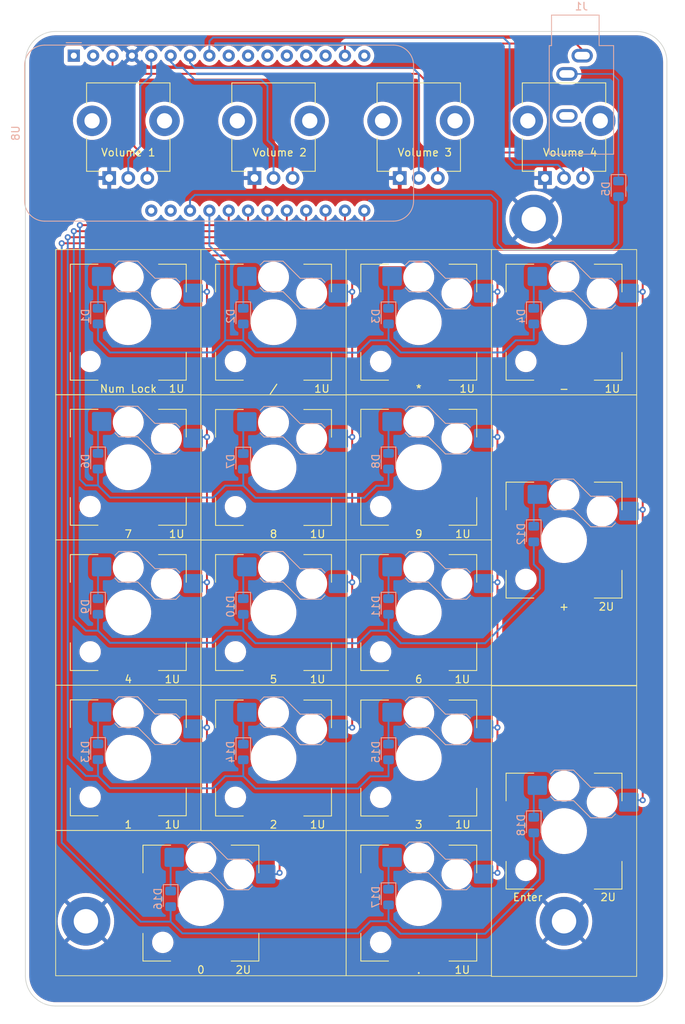
<source format=kicad_pcb>
(kicad_pcb (version 20211014) (generator pcbnew)
  (title_block (title "Super 95 Numpad") (date "2022-03-03") (rev "0.3.0") (company "Runaway Systems"))
  (layers (0 "F.Cu" signal) (31 "B.Cu" signal) (34 "B.Paste" user) (35 "F.Paste" user) (36 "B.SilkS" user "B.Silkscreen") (37 "F.SilkS" user "F.Silkscreen") (38 "B.Mask" user) (39 "F.Mask" user) (44 "Edge.Cuts" user))
  (net 0 "")
  (net 1 "Ground")
  (footprint "NatesLibrary:Kailh_Choc_V2_Hotswap_1.00u" (layer "F.Cu") (at 30.1625 111.91875)
    (fp_text reference "U13")
    (fp_text value "1")
  )
  (footprint "Potentiometers:Potentiometer_TT_P0915N" (layer "F.Cu") (at 46.7125 35.8875)
    (fp_text reference "RV2")
    (fp_text value "Volume2")
  )
  (footprint "NatesLibrary:Kailh_Choc_V2_Hotswap_1.00u" (layer "F.Cu") (at 49.2125 54.79375)
    (fp_text reference "U2")
    (fp_text value "/")
  )
  (footprint "NatesLibrary:Kailh_Choc_V2_Hotswap_1.00u" (layer "F.Cu") (at 30.1625 92.86875)
    (fp_text reference "U9")
    (fp_text value "4")
  )
  (footprint "MountingHole:MountingHole_3.2mm_M3_Pad" (layer "F.Cu") (at 24.60625 133.35)
    (fp_text reference "REF**")
    (fp_text value "MountingHole_3.2mm_M3_Pad")
  )
  (footprint "" (layer "F.Cu") (at 87.3125 133.35)
    (fp_text reference "")
    (fp_text value "")
  )
  (footprint "NatesLibrary:Kailh_Choc_V2_Hotswap_1.00u" (layer "F.Cu") (at 49.2125 111.94375)
    (fp_text reference "U14")
    (fp_text value "2")
  )
  (footprint "" (layer "F.Cu") (at 83.34375 41.275)
    (fp_text reference "")
    (fp_text value "")
  )
  (footprint "Potentiometers:Potentiometer_TT_P0915N" (layer "F.Cu") (at 27.6625 35.8875)
    (fp_text reference "RV1")
    (fp_text value "Volume1")
  )
  (footprint "NatesLibrary:Kailh_Choc_V2_Hotswap_2.00u" (layer "F.Cu") (at 39.6875 130.96875)
    (fp_text reference "U16")
    (fp_text value "0")
  )
  (footprint "Potentiometers:Potentiometer_TT_P0915N" (layer "F.Cu") (at 65.7625 35.8875)
    (fp_text reference "RV3")
    (fp_text value "Volume3")
  )
  (footprint "NatesLibrary:Kailh_Choc_V2_Hotswap_1.00u" (layer "F.Cu") (at 49.2125 92.86875)
    (fp_text reference "U10")
    (fp_text value "5")
  )
  (footprint "NatesLibrary:Kailh_Choc_V2_Hotswap_1.00u" (layer "F.Cu") (at 87.3125 54.79375)
    (fp_text reference "U4")
    (fp_text value "-")
  )
  (footprint "NatesLibrary:Kailh_Choc_V2_Hotswap_1.00u" (layer "F.Cu") (at 49.2125 73.84375)
    (fp_text reference "U6")
    (fp_text value "8")
  )
  (footprint "NatesLibrary:Kailh_Choc_V2_Hotswap_1.00u" (layer "F.Cu") (at 30.1625 73.81875)
    (fp_text reference "U5")
    (fp_text value "7")
  )
  (footprint "NatesLibrary:Kailh_Choc_V2_Hotswap_1.00u" (layer "F.Cu") (at 68.2625 54.79375)
    (fp_text reference "U3")
    (fp_text value "*")
  )
  (footprint "NatesLibrary:Kailh_Choc_V2_Hotswap_1.00u" (layer "F.Cu") (at 68.2625 92.86875)
    (fp_text reference "U11")
    (fp_text value "6")
  )
  (footprint "NatesLibrary:Kailh_Choc_V2_Hotswap_2.00u_90deg" (layer "F.Cu") (at 87.3125 83.36875)
    (fp_text reference "U12")
    (fp_text value "+")
  )
  (footprint "NatesLibrary:Kailh_Choc_V2_Hotswap_1.00u" (layer "F.Cu") (at 68.2625 111.94375)
    (fp_text reference "U15")
    (fp_text value "3")
  )
  (footprint "Potentiometers:Potentiometer_TT_P0915N" (layer "F.Cu") (at 84.8125 35.8875)
    (fp_text reference "RV4")
    (fp_text value "Volume4")
  )
  (footprint "NatesLibrary:Kailh_Choc_V2_Hotswap_1.00u" (layer "F.Cu") (at 68.2625 73.81875)
    (fp_text reference "U7")
    (fp_text value "9")
  )
  (footprint "NatesLibrary:Kailh_Choc_V2_Hotswap_1.00u" (layer "F.Cu") (at 30.1625 54.79375)
    (fp_text reference "U1")
    (fp_text value "Num Lock")
  )
  (footprint "NatesLibrary:Kailh_Choc_V2_Hotswap_1.00u" (layer "F.Cu") (at 68.2625 130.96875)
    (fp_text reference "U17")
    (fp_text value ".")
  )
  (footprint "NatesLibrary:Kailh_Choc_V2_Hotswap_2.00u_90deg" (layer "F.Cu") (at 87.3125 121.53125)
    (fp_text reference "U18")
    (fp_text value "Enter")
  )
  (footprint "Diode_SMD:D_0805_2012Metric_Pad1.15x1.40mm_HandSolder" (layer "B.Cu") (at 64.29375 92.075 -90)
    (fp_text reference "D11")
    (fp_text value "DIODE")
  )
  (footprint "Diode_SMD:D_0805_2012Metric_Pad1.15x1.40mm_HandSolder" (layer "B.Cu") (at 45.24375 73.05 -90)
    (fp_text reference "D7")
    (fp_text value "DIODE")
  )
  (footprint "Diode_SMD:D_0805_2012Metric_Pad1.15x1.40mm_HandSolder" (layer "B.Cu") (at 26.19375 73.025 -90)
    (fp_text reference "D6")
    (fp_text value "DIODE")
  )
  (footprint "Diode_SMD:D_0805_2012Metric_Pad1.15x1.40mm_HandSolder" (layer "B.Cu") (at 26.19375 92.075 -90)
    (fp_text reference "D9")
    (fp_text value "DIODE")
  )
  (footprint "Diode_SMD:D_0805_2012Metric_Pad1.15x1.40mm_HandSolder" (layer "B.Cu") (at 64.29375 111.15 -90)
    (fp_text reference "D15")
    (fp_text value "DIODE")
  )
  (footprint "Diode_SMD:D_0805_2012Metric_Pad1.15x1.40mm_HandSolder" (layer "B.Cu") (at 45.24375 92.075 -90)
    (fp_text reference "D10")
    (fp_text value "DIODE")
  )
  (footprint "Diode_SMD:D_0805_2012Metric_Pad1.15x1.40mm_HandSolder" (layer "B.Cu") (at 94.45625 37.30625 -90)
    (fp_text reference "D5")
    (fp_text value "DIODE")
  )
  (footprint "Diode_SMD:D_0805_2012Metric_Pad1.15x1.40mm_HandSolder" (layer "B.Cu") (at 35.71875 130.40625 -90)
    (fp_text reference "D16")
    (fp_text value "DIODE")
  )
  (footprint "Diode_SMD:D_0805_2012Metric_Pad1.15x1.40mm_HandSolder" (layer "B.Cu") (at 83.34375 54 -90)
    (fp_text reference "D4")
    (fp_text value "DIODE")
  )
  (footprint "AudioConnectors:Jack_3.5mm_CUI_SJ1-3533NG_Horizontal" (layer "B.Cu") (at 89.69375 19.84375 180)
    (fp_text reference "J1")
    (fp_text value "Serial To Keyboard")
  )
  (footprint "Diode_SMD:D_0805_2012Metric_Pad1.15x1.40mm_HandSolder" (layer "B.Cu") (at 26.19375 111.125 -90)
    (fp_text reference "D13")
    (fp_text value "DIODE")
  )
  (footprint "Diode_SMD:D_0805_2012Metric_Pad1.15x1.40mm_HandSolder" (layer "B.Cu") (at 83.34375 120.7375 -90)
    (fp_text reference "D18")
    (fp_text value "DIODE")
  )
  (footprint "Diode_SMD:D_0805_2012Metric_Pad1.15x1.40mm_HandSolder" (layer "B.Cu") (at 45.24375 54 -90)
    (fp_text reference "D2")
    (fp_text value "DIODE")
  )
  (footprint "Diode_SMD:D_0805_2012Metric_Pad1.15x1.40mm_HandSolder" (layer "B.Cu") (at 26.19375 54 -90)
    (fp_text reference "D1")
    (fp_text value "DIODE")
  )
  (footprint "Diode_SMD:D_0805_2012Metric_Pad1.15x1.40mm_HandSolder" (layer "B.Cu") (at 45.24375 111.15 -90)
    (fp_text reference "D14")
    (fp_text value "DIODE")
  )
  (footprint "Diode_SMD:D_0805_2012Metric_Pad1.15x1.40mm_HandSolder" (layer "B.Cu") (at 64.29375 73.025 -90)
    (fp_text reference "D8")
    (fp_text value "DIODE")
  )
  (footprint "Module:Adafruit_Feather" (layer "B.Cu") (at 23.01875 19.84375 -90)
    (fp_text reference "U8")
    (fp_text value "RP2040_Feather")
  )
  (footprint "Diode_SMD:D_0805_2012Metric_Pad1.15x1.40mm_HandSolder" (layer "B.Cu") (at 64.29375 130.175 -90)
    (fp_text reference "D17")
    (fp_text value "DIODE")
  )
  (footprint "Diode_SMD:D_0805_2012Metric_Pad1.15x1.40mm_HandSolder" (layer "B.Cu") (at 83.34375 82.575 -90)
    (fp_text reference "D12")
    (fp_text value "DIODE")
  )
  (footprint "Diode_SMD:D_0805_2012Metric_Pad1.15x1.40mm_HandSolder" (layer "B.Cu") (at 64.29375 54 -90)
    (fp_text reference "D3")
    (fp_text value "DIODE")
  )
  (gr_line (start 20.6375 16.66875) (end 96.8375 16.66875) (layer "Edge.Cuts") (width 0.1))
  (gr_line (start 16.66875 20.6375) (end 16.66875 20.6375) (layer "Edge.Cuts") (width 0.1))
  (gr_arc (start 100.80625 140.49375) (mid 99.64383 143.30008) (end 96.8375 144.4625) (layer "Edge.Cuts") (width 0.1))
  (gr_arc (start 16.66875 20.6375) (mid 17.83117 17.83117) (end 20.6375 16.66875) (layer "Edge.Cuts") (width 0.1))
  (gr_line (start 100.80625 20.6375) (end 100.80625 140.49375) (layer "Edge.Cuts") (width 0.1))
  (gr_arc (start 20.6375 144.4625) (mid 17.83117 143.30008) (end 16.66875 140.49375) (layer "Edge.Cuts") (width 0.1))
  (gr_arc (start 96.8375 16.66875) (mid 99.64383 17.83117) (end 100.80625 20.6375) (layer "Edge.Cuts") (width 0.1))
  (gr_line (start 16.66875 140.49375) (end 16.66875 20.6375) (layer "Edge.Cuts") (width 0.1))
  (gr_line (start 20.6375 144.4625) (end 96.8375 144.4625) (layer "Edge.Cuts") (width 0.1))
  (gr_text "Volume 2" (at 50.00625 32.54375) (layer "F.SilkS") (effects (font (size 1 1))))
  (gr_text "Volume 3" (at 69.05625 32.54375) (layer "F.SilkS") (effects (font (size 1 1))))
  (gr_text "Volume 4\n" (at 88.10625 32.54375) (layer "F.SilkS") (effects (font (size 1 1))))
  (gr_text "Volume 1" (at 30.1625 32.54375) (layer "F.SilkS") (effects (font (size 1 1))))
  (segment (start 97.63125 50.8) (end 97.63125 46.83125) (width 0.25) (layer "F.Cu") (net 0))
  (segment (start 78.58125 88.9) (end 78.58125 107.95) (width 0.25) (layer "F.Cu") (net 0))
  (segment (start 58.57875 18.415) (end 58.7375 18.25625) (width 0.25) (layer "F.Cu") (net 0))
  (segment (start 50.00625 22.225) (end 37.30625 22.225) (width 0.25) (layer "F.Cu") (net 0))
  (segment (start 41.275 120.65) (end 40.48125 119.85625) (width 0.25) (layer "F.Cu") (net 0))
  (segment (start 56.8325 45.72) (end 56.03875 44.92625) (width 0.25) (layer "F.Cu") (net 0))
  (segment (start 59.53125 49.2125) (end 59.53125 50.8) (width 0.25) (layer "F.Cu") (net 0))
  (segment (start 47.625 43.65625) (end 22.225 43.65625) (width 0.25) (layer "F.Cu") (net 0))
  (segment (start 59.53125 88.9) (end 59.53125 69.85) (width 0.25) (layer "F.Cu") (net 0))
  (segment (start 41.275 46.0375) (end 52.3875 46.0375) (width 0.25) (layer "F.Cu") (net 0))
  (segment (start 21.43125 44.45) (end 50.00625 44.45) (width 0.25) (layer "F.Cu") (net 0))
  (segment (start 58.57875 19.84375) (end 58.57875 18.415) (width 0.25) (layer "F.Cu") (net 0))
  (segment (start 43.33875 41.5925) (end 43.33875 40.16375) (width 0.25) (layer "F.Cu") (net 0))
  (segment (start 30.95625 31.75) (end 30.95625 22.225) (width 0.25) (layer "F.Cu") (net 0))
  (segment (start 23.01875 42.8625) (end 45.24375 42.8625) (width 0.25) (layer "F.Cu") (net 0))
  (segment (start 78.58125 107.95) (end 78.58125 127) (width 0.25) (layer "F.Cu") (net 0))
  (segment (start 89.69375 19.075) (end 89.69375 19.84375) (width 0.25) (layer "F.Cu") (net 0))
  (segment (start 59.53125 48.41875) (end 59.53125 49.2125) (width 0.25) (layer "F.Cu") (net 0))
  (segment (start 77.7875 46.83125) (end 60.325 46.83125) (width 0.25) (layer "F.Cu") (net 0))
  (segment (start 40.48125 107.95) (end 40.48125 88.9) (width 0.25) (layer "F.Cu") (net 0))
  (segment (start 51.7125 35.8875) (end 51.7125 32.6625) (width 0.25) (layer "F.Cu") (net 0))
  (segment (start 40.48125 69.85) (end 40.48125 50.8) (width 0.25) (layer "F.Cu") (net 0))
  (segment (start 50.00625 44.45) (end 50.95875 43.4975) (width 0.25) (layer "F.Cu") (net 0))
  (segment (start 59.3725 45.87875) (end 58.57875 45.085) (width 0.25) (layer "F.Cu") (net 0))
  (segment (start 51.7125 32.6625) (end 50.00625 30.95625) (width 0.25) (layer "F.Cu") (net 0))
  (segment (start 45.87875 40.16375) (end 45.87875 42.2275) (width 0.25) (layer "F.Cu") (net 0))
  (segment (start 50.00625 30.95625) (end 50.00625 22.225) (width 0.25) (layer "F.Cu") (net 0))
  (segment (start 97.63125 46.83125) (end 96.8375 46.0375) (width 0.25) (layer "F.Cu") (net 0))
  (segment (start 53.18125 45.24375) (end 53.49875 44.92625) (width 0.25) (layer "F.Cu") (net 0))
  (segment (start 70.7625 35.8875) (end 70.7625 32.6625) (width 0.25) (layer "F.Cu") (net 0))
  (segment (start 28.575 22.225) (end 37.30625 22.225) (width 0.25) (layer "F.Cu") (net 0))
  (segment (start 68.2625 22.225) (end 69.05625 23.01875) (width 0.25) (layer "F.Cu") (net 0))
  (segment (start 77.7875 32.54375) (end 88.9 32.54375) (width 0.25) (layer "F.Cu") (net 0))
  (segment (start 60.325 46.83125) (end 59.3725 45.87875) (width 0.25) (layer "F.Cu") (net 0))
  (segment (start 45.87875 42.2275) (end 45.24375 42.8625) (width 0.25) (layer "F.Cu") (net 0))
  (segment (start 28.09875 21.74875) (end 28.575 22.225) (width 0.25) (layer "F.Cu") (net 0))
  (segment (start 40.48125 46.83125) (end 41.275 46.0375) (width 0.25) (layer "F.Cu") (net 0))
  (segment (start 52.3875 46.0375) (end 53.18125 45.24375) (width 0.25) (layer "F.Cu") (net 0))
  (segment (start 40.48125 88.9) (end 40.48125 69.85) (width 0.25) (layer "F.Cu") (net 0))
  (segment (start 32.6625 33.45625) (end 30.95625 31.75) (width 0.25) (layer "F.Cu") (net 0))
  (segment (start 32.6625 35.8875) (end 32.6625 33.45625) (width 0.25) (layer "F.Cu") (net 0))
  (segment (start 40.48125 119.85625) (end 40.48125 107.95) (width 0.25) (layer "F.Cu") (net 0))
  (segment (start 89.8125 33.45625) (end 89.8125 34.0125) (width 0.25) (layer "F.Cu") (net 0))
  (segment (start 42.8625 42.06875) (end 43.33875 41.5925) (width 0.25) (layer "F.Cu") (net 0))
  (segment (start 50.00625 127) (end 50.00625 121.44375) (width 0.25) (layer "F.Cu") (net 0))
  (segment (start 59.53125 69.85) (end 59.53125 50.8) (width 0.25) (layer "F.Cu") (net 0))
  (segment (start 89.8125 35.8875) (end 89.8125 34.0125) (width 0.25) (layer "F.Cu") (net 0))
  (segment (start 61.11875 40.16375) (end 61.11875 45.24375) (width 0.25) (layer "F.Cu") (net 0))
  (segment (start 97.63125 79.375) (end 97.63125 50.8) (width 0.25) (layer "F.Cu") (net 0))
  (segment (start 97.63125 117.475) (end 97.63125 79.375) (width 0.25) (layer "F.Cu") (net 0))
  (segment (start 78.58125 47.625) (end 77.7875 46.83125) (width 0.25) (layer "F.Cu") (net 0))
  (segment (start 57.94375 46.83125) (end 56.8325 45.72) (width 0.25) (layer "F.Cu") (net 0))
  (segment (start 50.95875 43.4975) (end 50.95875 40.16375) (width 0.25) (layer "F.Cu") (net 0))
  (segment (start 48.41875 40.16375) (end 48.41875 42.8625) (width 0.25) (layer "F.Cu") (net 0))
  (segment (start 57.94375 46.83125) (end 59.53125 48.41875) (width 0.25) (layer "F.Cu") (net 0))
  (segment (start 58.57875 45.085) (end 58.57875 40.16375) (width 0.25) (layer "F.Cu") (net 0))
  (segment (start 56.03875 44.92625) (end 56.03875 40.16375) (width 0.25) (layer "F.Cu") (net 0))
  (segment (start 78.58125 69.85) (end 78.58125 88.9) (width 0.25) (layer "F.Cu") (net 0))
  (segment (start 50.00625 121.44375) (end 49.2125 120.65) (width 0.25) (layer "F.Cu") (net 0))
  (segment (start 53.49875 44.92625) (end 53.49875 40.16375) (width 0.25) (layer "F.Cu") (net 0))
  (segment (start 77.7875 32.54375) (end 70.64375 32.54375) (width 0.25) (layer "F.Cu") (net 0))
  (segment (start 70.64375 32.54375) (end 69.05625 30.95625) (width 0.25) (layer "F.Cu") (net 0))
  (segment (start 49.2125 120.65) (end 41.275 120.65) (width 0.25) (layer "F.Cu") (net 0))
  (segment (start 61.9125 46.0375) (end 64.29375 46.0375) (width 0.25) (layer "F.Cu") (net 0))
  (segment (start 79.375 18.25625) (end 88.875 18.25625) (width 0.25) (layer "F.Cu") (net 0))
  (segment (start 96.8375 46.0375) (end 63.8175 46.0375) (width 0.25) (layer "F.Cu") (net 0))
  (segment (start 88.875 18.25625) (end 89.69375 19.075) (width 0.25) (layer "F.Cu") (net 0))
  (segment (start 88.9 32.54375) (end 89.8125 33.45625) (width 0.25) (layer "F.Cu") (net 0))
  (segment (start 78.58125 50.8) (end 78.58125 47.625) (width 0.25) (layer "F.Cu") (net 0))
  (segment (start 70.7625 32.6625) (end 70.64375 32.54375) (width 0.25) (layer "F.Cu") (net 0))
  (segment (start 28.09875 19.84375) (end 28.09875 21.74875) (width 0.25) (layer "F.Cu") (net 0))
  (segment (start 61.11875 45.24375) (end 61.9125 46.0375) (width 0.25) (layer "F.Cu") (net 0))
  (segment (start 50.00625 22.225) (end 68.2625 22.225) (width 0.25) (layer "F.Cu") (net 0))
  (segment (start 23.8125 42.06875) (end 42.8625 42.06875) (width 0.25) (layer "F.Cu") (net 0))
  (segment (start 78.58125 50.8) (end 78.58125 69.85) (width 0.25) (layer "F.Cu") (net 0))
  (segment (start 48.41875 42.8625) (end 47.625 43.65625) (width 0.25) (layer "F.Cu") (net 0))
  (segment (start 58.7375 18.25625) (end 79.375 18.25625) (width 0.25) (layer "F.Cu") (net 0))
  (segment (start 59.53125 107.95) (end 59.53125 88.9) (width 0.25) (layer "F.Cu") (net 0))
  (segment (start 40.48125 50.8) (end 40.48125 46.83125) (width 0.25) (layer "F.Cu") (net 0))
  (segment (start 69.05625 30.95625) (end 69.05625 23.01875) (width 0.25) (layer "F.Cu") (net 0))
  (via (at 97.63125 79.375) (size 0.8) (drill 0.4) (layers "F.Cu" "B.Cu") (net 0))
  (via (at 40.48125 69.85) (size 0.8) (drill 0.4) (layers "F.Cu" "B.Cu") (net 0))
  (via (at 23.01875 42.8625) (size 0.8) (drill 0.4) (layers "F.Cu" "B.Cu") (net 0))
  (via (at 40.48125 107.95) (size 0.8) (drill 0.4) (layers "F.Cu" "B.Cu") (net 0))
  (via (at 40.48125 88.9) (size 0.8) (drill 0.4) (layers "F.Cu" "B.Cu") (net 0))
  (via (at 78.58125 127) (size 0.8) (drill 0.4) (layers "F.Cu" "B.Cu") (net 0))
  (via (at 59.53125 107.95) (size 0.8) (drill 0.4) (layers "F.Cu" "B.Cu") (net 0))
  (via (at 22.225 43.65625) (size 0.8) (drill 0.4) (layers "F.Cu" "B.Cu") (net 0))
  (via (at 78.58125 107.95) (size 0.8) (drill 0.4) (layers "F.Cu" "B.Cu") (net 0))
  (via (at 50.00625 127) (size 0.8) (drill 0.4) (layers "F.Cu" "B.Cu") (net 0))
  (via (at 40.48125 50.8) (size 0.8) (drill 0.4) (layers "F.Cu" "B.Cu") (net 0))
  (via (at 97.63125 50.8) (size 0.8) (drill 0.4) (layers "F.Cu" "B.Cu") (net 0))
  (via (at 78.58125 69.85) (size 0.8) (drill 0.4) (layers "F.Cu" "B.Cu") (net 0))
  (via (at 59.53125 69.85) (size 0.8) (drill 0.4) (layers "F.Cu" "B.Cu") (net 0))
  (via (at 21.43125 44.45) (size 0.8) (drill 0.4) (layers "F.Cu" "B.Cu") (net 0))
  (via (at 97.63125 117.475) (size 0.8) (drill 0.4) (layers "F.Cu" "B.Cu") (net 0))
  (via (at 78.58125 88.9) (size 0.8) (drill 0.4) (layers "F.Cu" "B.Cu") (net 0))
  (via (at 59.53125 50.8) (size 0.8) (drill 0.4) (layers "F.Cu" "B.Cu") (net 0))
  (via (at 59.53125 88.9) (size 0.8) (drill 0.4) (layers "F.Cu" "B.Cu") (net 0))
  (via (at 23.8125 42.06875) (size 0.8) (drill 0.4) (layers "F.Cu" "B.Cu") (net 0))
  (via (at 78.58125 50.8) (size 0.8) (drill 0.4) (layers "F.Cu" "B.Cu") (net 0))
  (segment (start 76.93125 69.85) (end 76.7625 70.01875) (width 0.25) (layer "B.Cu") (net 0))
  (segment (start 38.85625 50.8) (end 38.6625 50.99375) (width 0.25) (layer "B.Cu") (net 0))
  (segment (start 23.8125 75.40625) (end 24.60625 76.2) (width 0.25) (layer "B.Cu") (net 0))
  (segment (start 64.29375 133.4) (end 65.88125 134.9875) (width 0.25) (layer "B.Cu") (net 0))
  (segment (start 46.85625 115.9375) (end 60.325 115.9375) (width 0.25) (layer "B.Cu") (net 0))
  (segment (start 97.63125 79.375) (end 96.00625 79.375) (width 0.25) (layer "B.Cu") (net 0))
  (segment (start 45.24375 106.4125) (end 45.7125 105.94375) (width 0.25) (layer "B.Cu") (net 0))
  (segment (start 45.24375 114.325) (end 45.24375 112.175) (width 0.25) (layer "B.Cu") (net 0))
  (segment (start 26.19375 49.2625) (end 26.6625 48.79375) (width 0.25) (layer "B.Cu") (net 0))
  (segment (start 26.19375 72) (end 26.19375 68.2875) (width 0.25) (layer "B.Cu") (net 0))
  (segment (start 96.00625 50.8) (end 95.8125 50.99375) (width 0.25) (layer "B.Cu") (net 0))
  (segment (start 83.34375 83.6) (end 83.34375 86.54375) (width 0.25) (layer "B.Cu") (net 0))
  (segment (start 61.9375 57.175) (end 64.29375 57.175) (width 0.25) (layer "B.Cu") (net 0))
  (segment (start 26.19375 110.1) (end 26.19375 106.3875) (width 0.25) (layer "B.Cu") (net 0))
  (segment (start 94.45625 23.04375) (end 94.45625 36.28125) (width 0.2) (layer "B.Cu") (net 0))
  (segment (start 64.31875 57.175) (end 65.90625 58.7625) (width 0.25) (layer "B.Cu") (net 0))
  (segment (start 86.51875 34.15625) (end 80.9625 34.15625) (width 0.25) (layer "B.Cu") (net 0))
  (segment (start 83.34375 49.2625) (end 83.8125 48.79375) (width 0.25) (layer "B.Cu") (net 0))
  (segment (start 31.75 31.75) (end 31.75 23.8125) (width 0.25) (layer "B.Cu") (net 0))
  (segment (start 64.29375 87.3375) (end 64.7625 86.86875) (width 0.25) (layer "B.Cu") (net 0))
  (segment (start 58.4172 58.7625) (end 58.4422 58.7875) (width 0.25) (layer "B.Cu") (net 0))
  (segment (start 40.79875 40.16375) (end 40.79875 44.7675) (width 0.25) (layer "B.Cu") (net 0))
  (segment (start 38.1 22.225) (end 37.30625 21.43125) (width 0.25) (layer "B.Cu") (net 0))
  (segment (start 38.83125 107.95) (end 38.6625 108.11875) (width 0.25) (layer "B.Cu") (net 0))
  (segment (start 45.24375 91.05) (end 45.24375 87.3375) (width 0.25) (layer "B.Cu") (net 0))
  (segment (start 64.29375 57.175) (end 64.31875 57.175) (width 0.25) (layer "B.Cu") (net 0))
  (segment (start 31.75 23.8125) (end 33.17875 22.38375) (width 0.25) (layer "B.Cu") (net 0))
  (segment (start 64.29375 72) (end 64.29375 68.2875) (width 0.25) (layer "B.Cu") (net 0))
  (segment (start 76.99375 126.9375) (end 76.7625 127.16875) (width 0.25) (layer "B.Cu") (net 0))
  (segment (start 83.34375 57.175) (end 83.34375 55.025) (width 0.25) (layer "B.Cu") (net 0))
  (segment (start 57.7125 89.06875) (end 57.94375 88.8375) (width 0.25) (layer "B.Cu") (net 0))
  (segment (start 64.29375 49.2625) (end 64.7625 48.79375) (width 0.25) (layer "B.Cu") (net 0))
  (segment (start 27.78125 77.7875) (end 41.225 77.7875) (width 0.25) (layer "B.Cu") (net 0))
  (segment (start 40.48125 107.95) (end 38.83125 107.95) (width 0.25) (layer "B.Cu") (net 0))
  (segment (start 65.88125 134.9875) (end 76.96875 134.9875) (width 0.25) (layer "B.Cu") (net 0))
  (segment (start 87.3125 35.8875) (end 87.3125 34.95) (width 0.25) (layer "B.Cu") (net 0))
  (segment (start 60.325 96.8875) (end 61.9625 95.25) (width 0.25) (layer "B.Cu") (net 0))
  (segment (start 26.19375 87.3375) (end 26.6625 86.86875) (width 0.25) (layer "B.Cu") (net 0))
  (segment (start 37.30625 21.43125) (end 36.5125 21.43125) (width 0.25) (layer "B.Cu") (net 0))
  (segment (start 76.7625 108.14375) (end 76.99375 107.9125) (width 0.25) (layer "B.Cu") (net 0))
  (segment (start 59.53125 69.85) (end 57.90625 69.85) (width 0.25) (layer "B.Cu") (net 0))
  (segment (start 40.48125 50.8) (end 38.85625 50.8) (width 0.25) (layer "B.Cu") (net 0))
  (segment (start 45.24375 95.25) (end 45.24375 93.1) (width 0.25) (layer "B.Cu") (net 0))
  (segment (start 96.06875 117.475) (end 95.8125 117.73125) (width 0.25) (layer "B.Cu") (net 0))
  (segment (start 45.24375 95.3) (end 46.83125 96.8875) (width 0.25) (layer "B.Cu") (net 0))
  (segment (start 41.275 17.4625) (end 40.79875 17.93875) (width 0.25) (layer "B.Cu") (net 0))
  (segment (start 38.25875 38.735) (end 38.89375 38.1) (width 0.25) (layer "B.Cu") (net 0))
  (segment (start 64.29375 129.15) (end 64.29375 125.4375) (width 0.25) (layer "B.Cu") (net 0))
  (segment (start 45.24375 87.3375) (end 45.7125 86.86875) (width 0.25) (layer "B.Cu") (net 0))
  (segment (start 45.24375 55.025) (end 45.24375 57.175) (width 0.25) (layer "B.Cu") (net 0))
  (segment (start 38.6625 108.11875) (end 38.89375 107.8875) (width 0.25) (layer "B.Cu") (net 0))
  (segment (start 79.375 45.26875) (end 78.58125 44.475) (width 0.2) (layer "B.Cu") (net 0))
  (segment (start 46.83125 58.7625) (end 58.4172 58.7625) (width 0.25) (layer "B.Cu") (net 0))
  (segment (start 33.3375 58.7625) (end 41.25 58.7625) (width 0.25) (layer "B.Cu") (net 0))
  (segment (start 46.84375 77.825) (end 61.10625 77.825) (width 0.25) (layer "B.Cu") (net 0))
  (segment (start 60.325 134.9375) (end 44.5 134.9375) (width 0.25) (layer "B.Cu") (net 0))
  (segment (start 45.24375 114.325) (end 46.85625 115.9375) (width 0.25) (layer "B.Cu") (net 0))
  (segment (start 30.1625 33.3375) (end 31.75 31.75) (width 0.25) (layer "B.Cu") (net 0))
  (segment (start 97.63125 50.8) (end 96.00625 50.8) (width 0.25) (layer "B.Cu") (net 0))
  (segment (start 61.9125 114.35) (end 64.29375 114.35) (width 0.25) (layer "B.Cu") (net 0))
  (segment (start 40.79875 17.93875) (end 40.79875 19.84375) (width 0.25) (layer "B.Cu") (net 0))
  (segment (start 59.53125 107.95) (end 57.90625 107.95) (width 0.25) (layer "B.Cu") (net 0))
  (segment (start 78.58125 107.95) (end 76.95625 107.95) (width 0.25) (layer "B.Cu") (net 0))
  (segment (start 76.7625 50.99375) (end 76.99375 50.7625) (width 0.25) (layer "B.Cu") (net 0))
  (segment (start 36.5125 21.43125) (end 35.71875 20.6375) (width 0.25) (layer "B.Cu") (net 0))
  (segment (start 49.2125 31.75) (end 48.41875 30.95625) (width 0.25) (layer "B.Cu") (net 0))
  (segment (start 33.17875 22.38375) (end 33.17875 19.84375) (width 0.25) (layer "B.Cu") (net 0))
  (segment (start 83.34375 77.8375) (end 83.34375 81.55) (width 0.25) (layer "B.Cu") (net 0))
  (segment (start 37.25625 134.9375) (end 43.60625 134.9375) (width 0.25) (layer "B.Cu") (net 0))
  (segment (start 65.88125 96.8375) (end 64.29375 95.25) (width 0.25) (layer "B.Cu") (net 0))
  (segment (start 57.94375 50.7625) (end 57.7125 50.99375) (width 0.25) (layer "B.Cu") (net 0))
  (segment (start 43.70625 134.9375) (end 44.45 134.9375) (width 0.25) (layer "B.Cu") (net 0))
  (segment (start 23.01875 42.8625) (end 23.01875 93.6625) (width 0.25) (layer "B.Cu") (net 0))
  (segment (start 83.34375 86.54375) (end 84.1375 87.3375) (width 0.25) (layer "B.Cu") (net 0))
  (segment (start 41.275 58.7875) (end 42.8875 57.175) (width 0.25) (layer "B.Cu") (net 0))
  (segment (start 38.25875 40.16375) (end 38.25875 38.735) (width 0.25) (layer "B.Cu") (net 0))
  (segment (start 79.35 17.4625) (end 41.275 17.4625) (width 0.25) (layer "B.Cu") (net 0))
  (segment (start 76.96875 134.9875) (end 84.1375 127.81875) (width 0.25) (layer "B.Cu") (net 0))
  (segment (start 64.29375 106.4125) (end 64.7625 105.94375) (width 0.25) (layer "B.Cu") (net 0))
  (segment (start 42.8875 57.175) (end 44.475 57.175) (width 0.25) (layer "B.Cu") (net 0))
  (segment (start 56.967528 21.43125) (end 38.89375 21.43125) (width 0.25) (layer "B.Cu") (net 0))
  (segment (start 59.53125 88.9) (end 57.88125 88.9) (width 0.25) (layer "B.Cu") (net 0))
  (segment (start 42.8625 46.83125) (end 42.8625 57.15) (width 0.25) (layer "B.Cu") (net 0))
  (segment (start 35.71875 129.38125) (end 35.71875 125.4375) (width 0.25) (layer "B.Cu") (net 0))
  (segment (start 83.34375 119.7125) (end 83.34375 116) (width 0.25) (layer "B.Cu") (net 0))
  (segment (start 38.6625 50.99375) (end 38.89375 50.7625) (width 0.25) (layer "B.Cu") (net 0))
  (segment (start 49.8375 127.16875) (end 48.1875 127.16875) (width 0.25) (layer "B.Cu") (net 0))
  (segment (start 26.19375 68.2875) (end 26.6625 67.81875) (width 0.25) (layer "B.Cu") (net 0))
  (segment (start 45.24375 52.975) (end 45.24375 49.2625) (width 0.25) (layer "B.Cu") (net 0))
  (segment (start 68.2625 35.8875) (end 68.2625 22.225) (width 0.25) (layer "B.Cu") (net 0))
  (segment (start 22.225 43.65625) (end 22.225 111.91875) (width 0.25) (layer "B.Cu") (net 0))
  (segment (start 45.24375 110.125) (end 45.24375 106.4125) (width 0.25) (layer "B.Cu") (net 0))
  (segment (start 24.60625 95.25) (end 26.19375 95.25) (width 0.25) (layer "B.Cu") (net 0))
  (segment (start 80.16875 18.28125) (end 79.35 17.4625) (width 0.25) (layer "B.Cu") (net 0))
  (segment (start 41.275 115.9125) (end 42.8625 114.325) (width 0.25) (layer "B.Cu") (net 0))
  (segment (start 57.7125 108.14375) (end 57.94375 107.9125) (width 0.25) (layer "B.Cu") (net 0))
  (segment (start 78.58125 69.85) (end 76.93125 69.85) (width 0.25) (layer "B.Cu") (net 0))
  (segment (start 59.53125 50.8) (end 57.90625 50.8) (width 0.25) (layer "B.Cu") (net 0))
  (segment (start 80.9625 34.15625) (end 80.16875 33.3625) (width 0.25) (layer "B.Cu") (net 0))
  (segment (start 93.65625 22.24375) (end 94.45625 23.04375) (width 0.2) (layer "B.Cu") (net 0))
  (segment (start 83.34375 52.975) (end 83.34375 49.2625) (width 0.25) (layer "B.Cu") (net 0))
  (segment (start 57.90625 50.8) (end 57.7125 50.99375) (width 0.25) (layer "B.Cu") (net 0))
  (segment (start 83.8125 77.36875) (end 83.34375 77.8375) (width 0.25) (layer "B.Cu") (net 0))
  (segment (start 45.24375 68.3125) (end 45.7125 67.84375) (width 0.25) (layer "B.Cu") (net 0))
  (segment (start 38.89375 38.1) (end 77.55625 38.1) (width 0.25) (layer "B.Cu") (net 0))
  (segment (start 64.29375 133.35) (end 61.9125 133.35) (width 0.25) (layer "B.Cu") (net 0))
  (segment (start 26.19375 106.3875) (end 26.6625 105.91875) (width 0.25) (layer "B.Cu") (net 0))
  (segment (start 31.8 133.4) (end 35.71875 133.4) (width 0.25) (layer "B.Cu") (net 0))
  (segment (start 64.29375 55.025) (end 64.29375 57.175) (width 0.25) (layer "B.Cu") (net 0))
  (segment (start 26.19375 93.1) (end 26.19375 95.25) (width 0.25) (layer "B.Cu") (net 0))
  (segment (start 78.58125 127) (end 76.93125 127) (width 0.25) (layer "B.Cu") (net 0))
  (segment (start 76.95625 107.95) (end 76.7625 108.14375) (width 0.25) (layer "B.Cu") (net 0))
  (segment (start 45.24375 49.2625) (end 45.7125 48.79375) (width 0.25) (layer "B.Cu") (net 0))
  (segment (start 42.8625 95.25) (end 45.24375 95.25) (width 0.25) (layer "B.Cu") (net 0))
  (segment (start 77.7625 38.1) (end 77.55625 38.1) (width 0.2) (layer "B.Cu") (net 0))
  (segment (start 64.29375 76.25) (end 64.29375 74.05) (width 0.25) (layer "B.Cu") (net 0))
  (segment (start 58.4422 58.7875) (end 60.325 58.7875) (width 0.25) (layer "B.Cu") (net 0))
  (segment (start 26.19375 57.175) (end 27.78125 58.7625) (width 0.25) (layer "B.Cu") (net 0))
  (segment (start 64.29375 114.325) (end 64.29375 112.175) (width 0.25) (layer "B.Cu") (net 0))
  (segment (start 41.275 77.8125) (end 42.8625 76.225) (width 0.25) (layer "B.Cu") (net 0))
  (segment (start 38.89375 21.43125) (end 38.25875 20.79625) (width 0.25) (layer "B.Cu") (net 0))
  (segment (start 48.41875 23.8125) (end 47.625 23.01875) (width 0.25) (layer "B.Cu") (net 0))
  (segment (start 93.6625 45.26875) (end 79.375 45.26875) (width 0.2) (layer "B.Cu") (net 0))
  (segment (start 23.8125 42.06875) (end 23.8125 75.40625) (width 0.25) (layer "B.Cu") (net 0))
  (segment (start 64.29375 91.05) (end 64.29375 87.3375) (width 0.25) (layer "B.Cu") (net 0))
  (segment (start 78.58125 50.8) (end 76.95625 50.8) (width 0.25) (layer "B.Cu") (net 0))
  (segment (start 42.8625 76.225) (end 45.24375 76.225) (width 0.25) (layer "B.Cu") (net 0))
  (segment (start 65.90625 58.7625) (end 79.375 58.7625) (width 0.25) (layer "B.Cu") (net 0))
  (segment (start 78.58125 44.475) (end 78.58125 38.91875) (width 0.2) (layer "B.Cu") (net 0))
  (segment (start 97.63125 117.475) (end 96.06875 117.475) (width 0.25) (layer "B.Cu") (net 0))
  (segment (start 76.96875 96.8875) (end 65.88125 96.8875) (width 0.25) (layer "B.Cu") (net 0))
  (segment (start 40.79875 44.7675) (end 42.8625 46.83125) (width 0.25) (layer "B.Cu") (net 0))
  (segment (start 41.25 58.7625) (end 41.275 58.7875) (width 0.25) (layer "B.Cu") (net 0))
  (segment (start 21.43125 44.45) (end 21.43125 123.03125) (width 0.25) (layer "B.Cu") (net 0))
  (segment (start 64.29375 52.975) (end 64.29375 49.2625) (width 0.25) (layer "B.Cu") (net 0))
  (segment (start 57.88125 88.9) (end 57.7125 89.06875) (width 0.25) (layer "B.Cu") (net 0))
  (segment (start 30.1625 35.8875) (end 30.1625 33.3375) (width 0.25) (layer "B.Cu") (net 0))
  (segment (start 62.68125 76.25) (end 64.29375 76.25) (width 0.25) (layer "B.Cu") (net 0))
  (segment (start 83.34375 116) (end 83.8125 115.53125) (width 0.25) (layer "B.Cu") (net 0))
  (segment (start 64.29375 133.35) (end 64.29375 133.4) (width 0.25) (layer "B.Cu") (net 0))
  (segment (start 35.71875 20.6375) (end 35.71875 19.84375) (width 0.25) (layer "B.Cu") (net 0))
  (segment (start 38.89375 115.9125) (end 41.275 115.9125) (width 0.25) (layer "B.Cu") (net 0))
  (segment (start 87.3125 34.95) (end 86.51875 34.15625) (width 0.25) (layer "B.Cu") (net 0))
  (segment (start 87.69375 22.24375) (end 93.65625 22.24375) (width 0.2) (layer "B.Cu") (net 0))
  (segment (start 46.83125 96.8875) (end 60.325 96.8875) (width 0.25) (layer "B.Cu") (net 0))
  (segment (start 94.45625 44.475) (end 93.6625 45.26875) (width 0.2) (layer "B.Cu") (net 0))
  (segment (start 42.8625 114.325) (end 45.24375 114.325) (width 0.25) (layer "B.Cu") (net 0))
  (segment (start 80.9625 57.175) (end 83.34375 57.175) (width 0.25) (layer "B.Cu") (net 0))
  (segment (start 40.48125 69.85) (end 38.83125 69.85) (width 0.25) (layer "B.Cu") (net 0))
  (segment (start 64.29375 68.2875) (end 64.7625 67.81875) (width 0.25) (layer "B.Cu") (net 0))
  (segment (start 23.01875 93.6625) (end 24.60625 95.25) (width 0.25) (layer "B.Cu") (net 0))
  (segment (start 60.325 115.9375) (end 61.9125 114.35) (width 0.25) (layer "B.Cu") (net 0))
  (segment (start 27.78125 96.8375) (end 38.1 96.8375) (width 0.25) (layer "B.Cu") (net 0))
  (segment (start 64.29375 95.25) (end 64.29375 93.1) (width 0.25) (layer "B.Cu") (net 0))
  (segment (start 68.2625 22.225) (end 67.46875 21.43125) (width 0.25) (layer "B.Cu") (net 0))
  (segment (start 26.19375 76.2) (end 27.78125 77.7875) (width 0.25) (layer "B.Cu") (net 0))
  (segment (start 45.24375 76.225) (end 45.24375 74.075) (width 0.25) (layer "B.Cu") (net 0))
  (segment (start 80.16875 33.3625) (end 80.16875 18.28125) (width 0.25) (layer "B.Cu") (net 0))
  (segment (start 26.19375 112.15) (end 26.19375 114.3) (width 0.25) (layer "B.Cu") (net 0))
  (segment (start 61.9625 95.25) (end 64.29375 95.25) (width 0.25) (layer "B.Cu") (net 0))
  (segment (start 41.275 96.8375) (end 42.8625 95.25) (width 0.25) (layer "B.Cu") (net 0))
  (segment (start 76.93125 127) (end 76.7625 127.16875) (width 0.25) (layer "B.Cu") (net 0))
  (segment (start 37.30625 96.8375) (end 41.275 96.8375) (width 0.25) (layer "B.Cu") (net 0))
  (segment (start 64.29375 110.125) (end 64.29375 106.4125) (width 0.25) (layer "B.Cu") (net 0))
  (segment (start 26.19375 95.25) (end 27.78125 96.8375) (width 0.25) (layer "B.Cu") (net 0))
  (segment (start 84.1375 127.81875) (end 84.1375 125.4375) (width 0.25) (layer "B.Cu") (net 0))
  (segment (start 77.7625 38.1) (end 78.58125 38.91875) (width 0.2) (layer "B.Cu") (net 0))
  (segment (start 47.625 23.01875) (end 38.89375 23.01875) (width 0.25) (layer "B.Cu") (net 0))
  (segment (start 35.71875 125.4375) (end 36.1875 124.96875) (width 0.25) (layer "B.Cu") (net 0))
  (segment (start 60.325 58.7875) (end 61.9375 57.175) (width 0.25) (layer "B.Cu") (net 0))
  (segment (start 26.19375 91.05) (end 26.19375 87.3375) (width 0.25) (layer "B.Cu") (net 0))
  (segment (start 48.41875 30.95625) (end 48.41875 23.8125) (width 0.25) (layer "B.Cu") (net 0))
  (segment (start 78.58125 88.9) (end 76.93125 88.9) (width 0.25) (layer "B.Cu") (net 0))
  (segment (start 76.95625 50.8) (end 76.7625 50.99375) (width 0.25) (layer "B.Cu") (net 0))
  (segment (start 64.29375 125.4375) (end 64.7625 124.96875) (width 0.25) (layer "B.Cu") (net 0))
  (segment (start 76.93125 88.9) (end 76.7625 89.06875) (width 0.25) (layer "B.Cu") (net 0))
  (segment (start 61.10625 77.825) (end 62.68125 76.25) (width 0.25) (layer "B.Cu") (net 0))
  (segment (start 27.78125 58.7625) (end 33.3375 58.7625) (width 0.25) (layer "B.Cu") (net 0))
  (segment (start 96.00625 79.375) (end 95.8125 79.56875) (width 0.25) (layer "B.Cu") (net 0))
  (segment (start 27.78125 115.8875) (end 39.6875 115.8875) (width 0.25) (layer "B.Cu") (net 0))
  (segment (start 45.24375 95.25) (end 45.24375 95.3) (width 0.25) (layer "B.Cu") (net 0))
  (segment (start 35.71875 131.43125) (end 35.71875 133.4) (width 0.25) (layer "B.Cu") (net 0))
  (segment (start 76.7625 70.01875) (end 76.99375 69.7875) (width 0.25) (layer "B.Cu") (net 0))
  (segment (start 24.60625 76.2) (end 26.19375 76.2) (width 0.25) (layer "B.Cu") (net 0))
  (segment (start 45.24375 76.225) (end 46.84375 77.825) (width 0.25) (layer "B.Cu") (net 0))
  (segment (start 38.25875 20.79625) (end 38.25875 19.84375) (width 0.25) (layer "B.Cu") (net 0))
  (segment (start 49.2125 35.8875) (end 49.2125 31.75) (width 0.25) (layer "B.Cu") (net 0))
  (segment (start 57.90625 69.85) (end 57.7125 70.04375) (width 0.25) (layer "B.Cu") (net 0))
  (segment (start 57.7125 70.04375) (end 57.94375 69.8125) (width 0.25) (layer "B.Cu") (net 0))
  (segment (start 40.48125 88.9) (end 38.83125 88.9) (width 0.25) (layer "B.Cu") (net 0))
  (segment (start 94.45625 38.33125) (end 94.45625 44.475) (width 0.2) (layer "B.Cu") (net 0))
  (segment (start 21.43125 123.03125) (end 31.8 133.4) (width 0.25) (layer "B.Cu") (net 0))
  (segment (start 26.19375 114.3) (end 27.78125 115.8875) (width 0.25) (layer "B.Cu") (net 0))
  (segment (start 83.34375 124.64375) (end 83.34375 121.7625) (width 0.25) (layer "B.Cu") (net 0))
  (segment (start 61.9125 133.35) (end 60.325 134.9375) (width 0.25) (layer "B.Cu") (net 0))
  (segment (start 38.6625 70.01875) (end 38.89375 69.7875) (width 0.25) (layer "B.Cu") (net 0))
  (segment (start 65.88125 96.8875) (end 65.88125 96.8375) (width 0.25) (layer "B.Cu") (net 0))
  (segment (start 57.90625 107.95) (end 57.7125 108.14375) (width 0.25) (layer "B.Cu") (net 0))
  (segment (start 67.46875 21.43125) (end 56.967528 21.43125) (width 0.25) (layer "B.Cu") (net 0))
  (segment (start 45.24375 57.175) (end 46.83125 58.7625) (width 0.25) (layer "B.Cu") (net 0))
  (segment (start 50.00625 127) (end 49.8375 127.16875) (width 0.25) (layer "B.Cu") (net 0))
  (segment (start 38.6625 89.06875) (end 38.89375 88.8375) (width 0.25) (layer "B.Cu") (net 0))
  (segment (start 26.19375 55.025) (end 26.19375 57.175) (width 0.25) (layer "B.Cu") (net 0))
  (segment (start 26.19375 74.05) (end 26.19375 76.2) (width 0.25) (layer "B.Cu") (net 0))
  (segment (start 84.1375 87.3375) (end 84.1375 89.71875) (width 0.25) (layer "B.Cu") (net 0))
  (segment (start 38.89375 23.01875) (end 38.1 22.225) (width 0.25) (layer "B.Cu") (net 0))
  (segment (start 84.1375 125.4375) (end 83.34375 124.64375) (width 0.25) (layer "B.Cu") (net 0))
  (segment (start 38.83125 88.9) (end 38.6625 89.06875) (width 0.25) (layer "B.Cu") (net 0))
  (segment (start 84.1375 89.71875) (end 76.96875 96.8875) (width 0.25) (layer "B.Cu") (net 0))
  (segment (start 26.19375 52.975) (end 26.19375 49.2625) (width 0.25) (layer "B.Cu") (net 0))
  (segment (start 22.225 111.91875) (end 24.60625 114.3) (width 0.25) (layer "B.Cu") (net 0))
  (segment (start 64.29375 133.35) (end 64.29375 131.2) (width 0.25) (layer "B.Cu") (net 0))
  (segment (start 24.60625 114.3) (end 26.19375 114.3) (width 0.25) (layer "B.Cu") (net 0))
  (segment (start 42.8625 57.15) (end 42.8875 57.175) (width 0.25) (layer "B.Cu") (net 0))
  (segment (start 79.375 58.7625) (end 80.9625 57.175) (width 0.25) (layer "B.Cu") (net 0))
  (segment (start 44.475 57.175) (end 45.24375 57.175) (width 0.25) (layer "B.Cu") (net 0))
  (segment (start 45.24375 72.025) (end 45.24375 68.3125) (width 0.25) (layer "B.Cu") (net 0))
  (segment (start 35.71875 133.4) (end 37.25625 134.9375) (width 0.25) (layer "B.Cu") (net 0))
  (zone (net 1) (net_name "Ground") (layers F&B.Cu) (name "Ground Fill") (connect_pads (clearance 0.508)) (min_thickness 0.254) (fill yes (thermal_gap 0.508) (thermal_bridge_width 0.508))
    (polygon (pts (xy 103.1875 146.84375) (xy 14.2875 146.84375) (xy 14.2875 14.2875) (xy 103.1875 14.2875)))
  )
)
</source>
